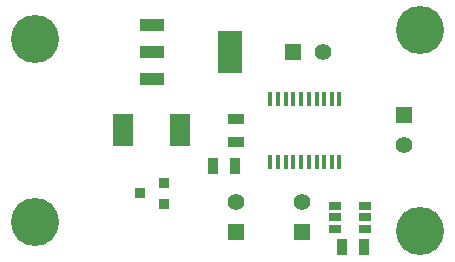
<source format=gts>
G04 (created by PCBNEW (2013-06-11 BZR 4021)-stable) date Wed 19 Feb 2014 03:26:36 AM CST*
%MOIN*%
G04 Gerber Fmt 3.4, Leading zero omitted, Abs format*
%FSLAX34Y34*%
G01*
G70*
G90*
G04 APERTURE LIST*
%ADD10C,0.00590551*%
%ADD11R,0.016X0.05*%
%ADD12R,0.036X0.036*%
%ADD13R,0.0394X0.0276*%
%ADD14R,0.08X0.144*%
%ADD15R,0.08X0.04*%
%ADD16R,0.0709X0.1063*%
%ADD17R,0.035X0.055*%
%ADD18R,0.055X0.035*%
%ADD19R,0.055X0.055*%
%ADD20C,0.055*%
%ADD21C,0.16*%
G04 APERTURE END LIST*
G54D10*
G54D11*
X69050Y-67950D03*
X69300Y-67950D03*
X69560Y-67950D03*
X69820Y-67950D03*
X70070Y-67950D03*
X70330Y-67950D03*
X70590Y-67950D03*
X70840Y-67950D03*
X71100Y-67950D03*
X71350Y-67950D03*
X71350Y-65850D03*
X71100Y-65850D03*
X70840Y-65850D03*
X70590Y-65850D03*
X70330Y-65850D03*
X70070Y-65850D03*
X69820Y-65850D03*
X69560Y-65850D03*
X69300Y-65850D03*
X69050Y-65850D03*
G54D12*
X65500Y-68650D03*
X65500Y-69350D03*
X64700Y-69000D03*
G54D13*
X71200Y-70175D03*
X71200Y-69800D03*
X71200Y-69425D03*
X72200Y-69425D03*
X72200Y-69800D03*
X72200Y-70175D03*
G54D14*
X67700Y-64300D03*
G54D15*
X65100Y-64300D03*
X65100Y-65200D03*
X65100Y-63400D03*
G54D16*
X64155Y-66900D03*
X66045Y-66900D03*
G54D17*
X67875Y-68100D03*
X67125Y-68100D03*
G54D18*
X67900Y-67275D03*
X67900Y-66525D03*
G54D17*
X71425Y-70800D03*
X72175Y-70800D03*
G54D19*
X73500Y-66400D03*
G54D20*
X73500Y-67400D03*
G54D19*
X67900Y-70300D03*
G54D20*
X67900Y-69300D03*
G54D19*
X69800Y-64300D03*
G54D20*
X70800Y-64300D03*
G54D19*
X70100Y-70300D03*
G54D20*
X70100Y-69300D03*
G54D21*
X61200Y-69950D03*
X61200Y-63850D03*
X74050Y-63550D03*
X74050Y-70250D03*
M02*

</source>
